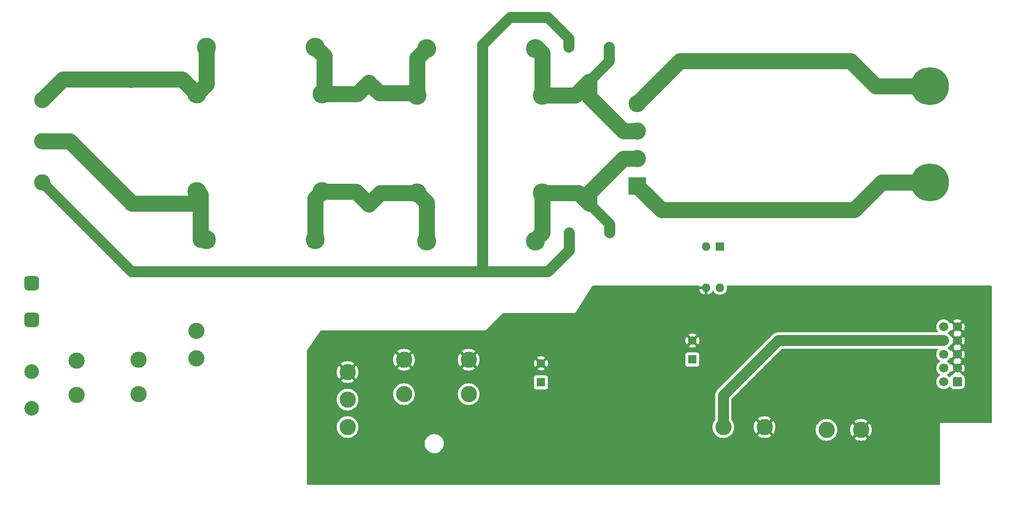
<source format=gbl>
G04 #@! TF.GenerationSoftware,KiCad,Pcbnew,7.0.2*
G04 #@! TF.CreationDate,2023-08-07T12:58:25+02:00*
G04 #@! TF.ProjectId,Module_3,4d6f6475-6c65-45f3-932e-6b696361645f,rev?*
G04 #@! TF.SameCoordinates,Original*
G04 #@! TF.FileFunction,Copper,L2,Bot*
G04 #@! TF.FilePolarity,Positive*
%FSLAX46Y46*%
G04 Gerber Fmt 4.6, Leading zero omitted, Abs format (unit mm)*
G04 Created by KiCad (PCBNEW 7.0.2) date 2023-08-07 12:58:25*
%MOMM*%
%LPD*%
G01*
G04 APERTURE LIST*
G04 Aperture macros list*
%AMRoundRect*
0 Rectangle with rounded corners*
0 $1 Rounding radius*
0 $2 $3 $4 $5 $6 $7 $8 $9 X,Y pos of 4 corners*
0 Add a 4 corners polygon primitive as box body*
4,1,4,$2,$3,$4,$5,$6,$7,$8,$9,$2,$3,0*
0 Add four circle primitives for the rounded corners*
1,1,$1+$1,$2,$3*
1,1,$1+$1,$4,$5*
1,1,$1+$1,$6,$7*
1,1,$1+$1,$8,$9*
0 Add four rect primitives between the rounded corners*
20,1,$1+$1,$2,$3,$4,$5,0*
20,1,$1+$1,$4,$5,$6,$7,0*
20,1,$1+$1,$6,$7,$8,$9,0*
20,1,$1+$1,$8,$9,$2,$3,0*%
G04 Aperture macros list end*
G04 #@! TA.AperFunction,ComponentPad*
%ADD10R,1.600000X1.600000*%
G04 #@! TD*
G04 #@! TA.AperFunction,ComponentPad*
%ADD11C,1.600000*%
G04 #@! TD*
G04 #@! TA.AperFunction,ComponentPad*
%ADD12C,2.400000*%
G04 #@! TD*
G04 #@! TA.AperFunction,ComponentPad*
%ADD13C,3.000000*%
G04 #@! TD*
G04 #@! TA.AperFunction,ComponentPad*
%ADD14C,2.000000*%
G04 #@! TD*
G04 #@! TA.AperFunction,ComponentPad*
%ADD15O,1.600000X1.600000*%
G04 #@! TD*
G04 #@! TA.AperFunction,ComponentPad*
%ADD16RoundRect,0.675000X-0.675000X0.675000X-0.675000X-0.675000X0.675000X-0.675000X0.675000X0.675000X0*%
G04 #@! TD*
G04 #@! TA.AperFunction,ComponentPad*
%ADD17C,2.700000*%
G04 #@! TD*
G04 #@! TA.AperFunction,ComponentPad*
%ADD18C,7.000000*%
G04 #@! TD*
G04 #@! TA.AperFunction,ComponentPad*
%ADD19C,3.500000*%
G04 #@! TD*
G04 #@! TA.AperFunction,ComponentPad*
%ADD20RoundRect,0.250000X0.600000X0.600000X-0.600000X0.600000X-0.600000X-0.600000X0.600000X-0.600000X0*%
G04 #@! TD*
G04 #@! TA.AperFunction,ComponentPad*
%ADD21C,1.700000*%
G04 #@! TD*
G04 #@! TA.AperFunction,ComponentPad*
%ADD22R,3.200000X3.200000*%
G04 #@! TD*
G04 #@! TA.AperFunction,ComponentPad*
%ADD23C,3.200000*%
G04 #@! TD*
G04 #@! TA.AperFunction,ViaPad*
%ADD24C,1.200000*%
G04 #@! TD*
G04 #@! TA.AperFunction,Conductor*
%ADD25C,3.000000*%
G04 #@! TD*
G04 #@! TA.AperFunction,Conductor*
%ADD26C,2.000000*%
G04 #@! TD*
G04 APERTURE END LIST*
D10*
X150495000Y-116938000D03*
D11*
X150495000Y-113438000D03*
D12*
X74930000Y-83868000D03*
X74930000Y-61368000D03*
D13*
X203200000Y-125730000D03*
D14*
X155635000Y-55018000D03*
X163135000Y-55018000D03*
D10*
X183520000Y-91858000D03*
D15*
X180980000Y-91858000D03*
X180980000Y-99478000D03*
X183520000Y-99478000D03*
D13*
X209550000Y-125730000D03*
D12*
X200660000Y-57558000D03*
X200660000Y-85058000D03*
D16*
X56515000Y-98650000D03*
X56515000Y-105410000D03*
D17*
X56515000Y-115000000D03*
X56515000Y-121760000D03*
D18*
X222250000Y-80010000D03*
X222250000Y-62230000D03*
D13*
X58420000Y-64770000D03*
X58420000Y-72390000D03*
X58420000Y-80010000D03*
D19*
X129413000Y-90832000D03*
X127635000Y-81942000D03*
X127635000Y-63908000D03*
X129413000Y-55272000D03*
X150749000Y-63908000D03*
X149479000Y-55272000D03*
X149479000Y-90832000D03*
X150749000Y-81942000D03*
D12*
X118745000Y-84048000D03*
X118745000Y-61548000D03*
D14*
X163195000Y-89308000D03*
X155695000Y-89308000D03*
D10*
X178435000Y-112720000D03*
D11*
X178435000Y-109220000D03*
D13*
X64770000Y-112903000D03*
X76200000Y-112776000D03*
X86868000Y-107442000D03*
X64770000Y-119253000D03*
X76200000Y-119126000D03*
X86868000Y-112522000D03*
X114808000Y-115062000D03*
X125222000Y-112776000D03*
X137160000Y-112776000D03*
X114808000Y-125222000D03*
X125222000Y-119126000D03*
X137160000Y-119126000D03*
X114808000Y-120142000D03*
D19*
X88773000Y-90578000D03*
X86995000Y-81688000D03*
X86995000Y-63654000D03*
X88773000Y-55018000D03*
X110109000Y-63654000D03*
X108839000Y-55018000D03*
X108839000Y-90578000D03*
X110109000Y-81688000D03*
D12*
X159385000Y-83868000D03*
X159385000Y-61368000D03*
D13*
X184150000Y-125222000D03*
X191770000Y-125222000D03*
D20*
X227330000Y-116840000D03*
D21*
X224790000Y-116840000D03*
X227330000Y-114300000D03*
X224790000Y-114300000D03*
X227330000Y-111760000D03*
X224790000Y-111760000D03*
X227330000Y-109220000D03*
X224790000Y-109220000D03*
X227330000Y-106680000D03*
X224790000Y-106680000D03*
D22*
X168275000Y-80645000D03*
D23*
X168275000Y-75565000D03*
X168275000Y-70485000D03*
X168275000Y-65405000D03*
D24*
X119380000Y-132080000D03*
X231140000Y-104140000D03*
X231140000Y-121920000D03*
X213360000Y-104140000D03*
X220980000Y-104140000D03*
X175260000Y-104140000D03*
X215900000Y-116840000D03*
X215900000Y-127000000D03*
X157480000Y-106680000D03*
X205740000Y-104140000D03*
X153670000Y-120650000D03*
X144780000Y-121920000D03*
X111760000Y-132080000D03*
X134620000Y-132080000D03*
X198120000Y-104140000D03*
X149860000Y-106680000D03*
X190500000Y-104140000D03*
X154940000Y-129540000D03*
X157480000Y-120650000D03*
X127000000Y-132080000D03*
X215900000Y-121920000D03*
X157480000Y-110490000D03*
X142240000Y-124460000D03*
X144780000Y-127000000D03*
X157480000Y-114300000D03*
X147320000Y-129540000D03*
X182880000Y-104140000D03*
D25*
X74930000Y-83820000D02*
X74930000Y-83868000D01*
X58420000Y-72390000D02*
X63500000Y-72390000D01*
X86995000Y-81688000D02*
X87630000Y-82323000D01*
X74930000Y-83868000D02*
X87582000Y-83868000D01*
X63500000Y-72390000D02*
X74930000Y-83820000D01*
X87630000Y-82323000D02*
X87630000Y-90578000D01*
X87582000Y-83868000D02*
X87630000Y-83820000D01*
D26*
X194310000Y-109220000D02*
X224790000Y-109220000D01*
X184150000Y-119380000D02*
X194310000Y-109220000D01*
X184150000Y-125222000D02*
X184150000Y-119380000D01*
D25*
X58420000Y-64770000D02*
X62230000Y-60960000D01*
X84301000Y-60960000D02*
X86995000Y-63654000D01*
X86995000Y-63654000D02*
X88773000Y-61876000D01*
X88773000Y-61876000D02*
X88773000Y-55018000D01*
X62230000Y-60960000D02*
X84301000Y-60960000D01*
D26*
X139700000Y-54610000D02*
X144780000Y-49530000D01*
X58420000Y-80010000D02*
X74930000Y-96520000D01*
X74930000Y-96520000D02*
X139700000Y-96520000D01*
X139700000Y-96520000D02*
X151765000Y-96520000D01*
X155635000Y-53400000D02*
X155635000Y-55018000D01*
X139700000Y-96520000D02*
X139700000Y-54610000D01*
X151765000Y-96520000D02*
X155695000Y-92590000D01*
X144780000Y-49530000D02*
X151765000Y-49530000D01*
X151765000Y-49530000D02*
X155635000Y-53400000D01*
X155695000Y-92590000D02*
X155695000Y-89308000D01*
D25*
X203835000Y-85058000D02*
X208312000Y-85058000D01*
X203803000Y-85090000D02*
X203835000Y-85058000D01*
X213360000Y-80010000D02*
X222250000Y-80010000D01*
X168275000Y-80645000D02*
X172720000Y-85090000D01*
X208312000Y-85058000D02*
X213360000Y-80010000D01*
X172720000Y-85090000D02*
X203803000Y-85090000D01*
X207645000Y-57558000D02*
X212317000Y-62230000D01*
X212317000Y-62230000D02*
X222250000Y-62230000D01*
X168275000Y-65405000D02*
X176122000Y-57558000D01*
X176122000Y-57558000D02*
X207645000Y-57558000D01*
X108839000Y-82958000D02*
X110109000Y-81688000D01*
X120851000Y-81942000D02*
X118745000Y-84048000D01*
X108839000Y-90578000D02*
X108839000Y-82958000D01*
X127635000Y-81942000D02*
X120851000Y-81942000D01*
X129413000Y-90832000D02*
X129413000Y-83720000D01*
X110109000Y-81688000D02*
X116385000Y-81688000D01*
X116385000Y-81688000D02*
X118745000Y-84048000D01*
X129413000Y-83720000D02*
X127635000Y-81942000D01*
X118745000Y-61548000D02*
X118745000Y-61595000D01*
X116639000Y-63654000D02*
X118745000Y-61548000D01*
X127635000Y-57050000D02*
X129413000Y-55272000D01*
X118745000Y-61595000D02*
X120650000Y-63500000D01*
X127635000Y-63908000D02*
X127635000Y-57050000D01*
X110109000Y-63654000D02*
X116639000Y-63654000D01*
X110490000Y-63273000D02*
X110109000Y-63654000D01*
X108839000Y-55018000D02*
X110490000Y-56669000D01*
X127227000Y-63500000D02*
X127635000Y-63908000D01*
X110490000Y-56669000D02*
X110490000Y-63273000D01*
X120650000Y-63500000D02*
X127227000Y-63500000D01*
X150749000Y-81942000D02*
X157459000Y-81942000D01*
D26*
X163195000Y-89308000D02*
X163195000Y-87678000D01*
D25*
X150749000Y-89281000D02*
X150749000Y-81942000D01*
X165735000Y-75565000D02*
X168275000Y-75565000D01*
X149479000Y-90551000D02*
X150749000Y-89281000D01*
X159385000Y-83868000D02*
X159385000Y-81915000D01*
X149479000Y-90832000D02*
X149479000Y-90551000D01*
D26*
X163195000Y-87678000D02*
X159385000Y-83868000D01*
D25*
X159385000Y-81915000D02*
X165735000Y-75565000D01*
X157459000Y-81942000D02*
X159385000Y-83868000D01*
X150749000Y-56134000D02*
X150749000Y-63908000D01*
X159385000Y-61368000D02*
X159385000Y-64135000D01*
X165735000Y-70485000D02*
X168275000Y-70485000D01*
X159385000Y-64135000D02*
X165735000Y-70485000D01*
D26*
X163135000Y-55018000D02*
X163135000Y-57618000D01*
D25*
X149479000Y-55272000D02*
X149887000Y-55272000D01*
X156845000Y-63908000D02*
X159385000Y-61368000D01*
X150749000Y-63908000D02*
X156845000Y-63908000D01*
D26*
X163135000Y-57618000D02*
X159385000Y-61368000D01*
D25*
X149887000Y-55272000D02*
X150749000Y-56134000D01*
G04 #@! TA.AperFunction,Conductor*
G36*
X226870507Y-114509844D02*
G01*
X226948239Y-114630798D01*
X227056900Y-114724952D01*
X227187685Y-114784680D01*
X227197466Y-114786086D01*
X226564208Y-115419342D01*
X226553788Y-115471193D01*
X226505172Y-115521376D01*
X226483032Y-115531206D01*
X226410664Y-115555186D01*
X226261342Y-115647288D01*
X226137288Y-115771342D01*
X226045185Y-115920666D01*
X226042460Y-115928892D01*
X226002686Y-115986336D01*
X225938170Y-116013157D01*
X225869394Y-116000841D01*
X225838347Y-115974088D01*
X225836166Y-115976270D01*
X225661401Y-115801505D01*
X225661400Y-115801504D01*
X225475839Y-115671573D01*
X225432216Y-115616998D01*
X225425022Y-115547500D01*
X225456545Y-115485145D01*
X225475837Y-115468428D01*
X225661401Y-115338495D01*
X225828495Y-115171401D01*
X225958732Y-114985403D01*
X226013307Y-114941780D01*
X226082805Y-114934586D01*
X226145160Y-114966109D01*
X226161880Y-114985405D01*
X226215073Y-115061373D01*
X226846922Y-114429523D01*
X226870507Y-114509844D01*
G37*
G04 #@! TD.AperFunction*
G04 #@! TA.AperFunction,Conductor*
G36*
X226870507Y-111969844D02*
G01*
X226948239Y-112090798D01*
X227056900Y-112184952D01*
X227187685Y-112244680D01*
X227197466Y-112246086D01*
X226568625Y-112874925D01*
X226645031Y-112928425D01*
X226688655Y-112983002D01*
X226695848Y-113052501D01*
X226664326Y-113114855D01*
X226645029Y-113131576D01*
X226568625Y-113185072D01*
X226568625Y-113185073D01*
X227197465Y-113813913D01*
X227187685Y-113815320D01*
X227056900Y-113875048D01*
X226948239Y-113969202D01*
X226870507Y-114090156D01*
X226846923Y-114170474D01*
X226215073Y-113538626D01*
X226161881Y-113614594D01*
X226107304Y-113658219D01*
X226037806Y-113665413D01*
X225975451Y-113633891D01*
X225958730Y-113614595D01*
X225828495Y-113428599D01*
X225661401Y-113261505D01*
X225475839Y-113131573D01*
X225432215Y-113076997D01*
X225425023Y-113007498D01*
X225456545Y-112945144D01*
X225475831Y-112928432D01*
X225661401Y-112798495D01*
X225828495Y-112631401D01*
X225958732Y-112445403D01*
X226013307Y-112401780D01*
X226082805Y-112394586D01*
X226145160Y-112426109D01*
X226161880Y-112445405D01*
X226215073Y-112521373D01*
X226846923Y-111889523D01*
X226870507Y-111969844D01*
G37*
G04 #@! TD.AperFunction*
G04 #@! TA.AperFunction,Conductor*
G36*
X226870507Y-109429844D02*
G01*
X226948239Y-109550798D01*
X227056900Y-109644952D01*
X227187685Y-109704680D01*
X227197466Y-109706086D01*
X226568625Y-110334925D01*
X226645031Y-110388425D01*
X226688655Y-110443002D01*
X226695848Y-110512501D01*
X226664326Y-110574855D01*
X226645029Y-110591576D01*
X226568625Y-110645072D01*
X227197466Y-111273913D01*
X227187685Y-111275320D01*
X227056900Y-111335048D01*
X226948239Y-111429202D01*
X226870507Y-111550156D01*
X226846923Y-111630474D01*
X226215073Y-110998626D01*
X226161881Y-111074594D01*
X226107304Y-111118219D01*
X226037806Y-111125413D01*
X225975451Y-111093891D01*
X225958730Y-111074595D01*
X225828495Y-110888599D01*
X225661401Y-110721505D01*
X225659966Y-110720500D01*
X225605814Y-110682582D01*
X225562189Y-110628005D01*
X225554997Y-110558507D01*
X225586519Y-110496152D01*
X225609111Y-110477204D01*
X225714785Y-110408164D01*
X225897738Y-110239744D01*
X226050474Y-110043509D01*
X226051267Y-110042042D01*
X226052881Y-110040415D01*
X226056785Y-110035401D01*
X226057390Y-110035872D01*
X226100483Y-109992451D01*
X226168699Y-109977340D01*
X226171130Y-109977529D01*
X226215073Y-109981373D01*
X226846923Y-109349523D01*
X226870507Y-109429844D01*
G37*
G04 #@! TD.AperFunction*
G04 #@! TA.AperFunction,Conductor*
G36*
X226870507Y-106889844D02*
G01*
X226948239Y-107010798D01*
X227056900Y-107104952D01*
X227187685Y-107164680D01*
X227197466Y-107166086D01*
X226568625Y-107794925D01*
X226645031Y-107848425D01*
X226688655Y-107903002D01*
X226695848Y-107972501D01*
X226664326Y-108034855D01*
X226645029Y-108051576D01*
X226568625Y-108105072D01*
X226568625Y-108105073D01*
X227197465Y-108733913D01*
X227187685Y-108735320D01*
X227056900Y-108795048D01*
X226948239Y-108889202D01*
X226870507Y-109010156D01*
X226846923Y-109090474D01*
X226215072Y-108458625D01*
X226171130Y-108462470D01*
X226102630Y-108448703D01*
X226056961Y-108404461D01*
X226056785Y-108404599D01*
X226055808Y-108403344D01*
X226052447Y-108400088D01*
X226051268Y-108397959D01*
X226050474Y-108396491D01*
X225897738Y-108200256D01*
X225714785Y-108031836D01*
X225609116Y-107962799D01*
X225563760Y-107909653D01*
X225554336Y-107840422D01*
X225583838Y-107777086D01*
X225605811Y-107757419D01*
X225661401Y-107718495D01*
X225828495Y-107551401D01*
X225958732Y-107365403D01*
X226013307Y-107321780D01*
X226082805Y-107314586D01*
X226145160Y-107346109D01*
X226161880Y-107365405D01*
X226215073Y-107441373D01*
X226846923Y-106809523D01*
X226870507Y-106889844D01*
G37*
G04 #@! TD.AperFunction*
G04 #@! TA.AperFunction,Conductor*
G36*
X179651582Y-99079685D02*
G01*
X179697337Y-99132489D01*
X179707281Y-99201647D01*
X179704318Y-99216093D01*
X179701127Y-99227999D01*
X179701128Y-99228000D01*
X180664314Y-99228000D01*
X180652359Y-99239955D01*
X180594835Y-99352852D01*
X180575014Y-99478000D01*
X180594835Y-99603148D01*
X180652359Y-99716045D01*
X180664314Y-99728000D01*
X179701128Y-99728000D01*
X179753733Y-99924326D01*
X179849865Y-100130480D01*
X179980341Y-100316819D01*
X180141180Y-100477658D01*
X180327519Y-100608134D01*
X180533673Y-100704266D01*
X180729999Y-100756871D01*
X180730000Y-100756871D01*
X180730000Y-99793686D01*
X180741955Y-99805641D01*
X180854852Y-99863165D01*
X180948519Y-99878000D01*
X181011481Y-99878000D01*
X181105148Y-99863165D01*
X181218045Y-99805641D01*
X181230000Y-99793686D01*
X181230000Y-100756871D01*
X181426326Y-100704266D01*
X181632480Y-100608134D01*
X181818819Y-100477658D01*
X181979658Y-100316819D01*
X182110135Y-100130479D01*
X182137342Y-100072135D01*
X182183514Y-100019695D01*
X182250707Y-100000543D01*
X182317589Y-100020758D01*
X182362106Y-100072133D01*
X182389433Y-100130736D01*
X182519953Y-100317140D01*
X182680859Y-100478046D01*
X182867264Y-100608567D01*
X182867265Y-100608567D01*
X182867266Y-100608568D01*
X183073504Y-100704739D01*
X183293308Y-100763635D01*
X183520000Y-100783468D01*
X183746692Y-100763635D01*
X183966496Y-100704739D01*
X184172734Y-100608568D01*
X184359139Y-100478047D01*
X184520047Y-100317139D01*
X184650568Y-100130734D01*
X184746739Y-99924496D01*
X184805635Y-99704692D01*
X184825468Y-99478000D01*
X184805635Y-99251308D01*
X184799390Y-99228000D01*
X184796200Y-99216093D01*
X184797863Y-99146243D01*
X184837026Y-99088381D01*
X184901255Y-99060877D01*
X184915975Y-99060000D01*
X233556000Y-99060000D01*
X233623039Y-99079685D01*
X233668794Y-99132489D01*
X233680000Y-99184000D01*
X233680000Y-124336000D01*
X233660315Y-124403039D01*
X233607511Y-124448794D01*
X233556000Y-124460000D01*
X224155000Y-124460000D01*
X224155000Y-135766000D01*
X224135315Y-135833039D01*
X224082511Y-135878794D01*
X224031000Y-135890000D01*
X107439000Y-135890000D01*
X107371961Y-135870315D01*
X107326206Y-135817511D01*
X107315000Y-135766000D01*
X107315000Y-128401182D01*
X129059500Y-128401182D01*
X129098604Y-128660615D01*
X129175937Y-128911323D01*
X129289772Y-129147704D01*
X129425766Y-129347170D01*
X129437571Y-129364485D01*
X129616015Y-129556801D01*
X129616019Y-129556805D01*
X129821143Y-129720386D01*
X130048357Y-129851568D01*
X130292584Y-129947420D01*
X130548370Y-130005802D01*
X130744506Y-130020500D01*
X130746823Y-130020500D01*
X130873177Y-130020500D01*
X130875494Y-130020500D01*
X131071630Y-130005802D01*
X131327416Y-129947420D01*
X131571643Y-129851568D01*
X131798857Y-129720386D01*
X132003981Y-129556805D01*
X132143035Y-129406940D01*
X132182428Y-129364485D01*
X132182429Y-129364482D01*
X132182433Y-129364479D01*
X132330228Y-129147704D01*
X132444063Y-128911323D01*
X132521396Y-128660615D01*
X132560500Y-128401182D01*
X132560500Y-128138818D01*
X132521396Y-127879385D01*
X132444063Y-127628677D01*
X132330228Y-127392296D01*
X132182433Y-127175521D01*
X132182432Y-127175520D01*
X132182428Y-127175514D01*
X132003984Y-126983198D01*
X132003983Y-126983197D01*
X132003981Y-126983195D01*
X131798857Y-126819614D01*
X131798856Y-126819613D01*
X131571641Y-126688431D01*
X131327418Y-126592580D01*
X131071627Y-126534197D01*
X130877808Y-126519673D01*
X130877797Y-126519672D01*
X130875494Y-126519500D01*
X130744506Y-126519500D01*
X130742203Y-126519672D01*
X130742191Y-126519673D01*
X130548372Y-126534197D01*
X130292581Y-126592580D01*
X130048358Y-126688431D01*
X129821143Y-126819613D01*
X129616015Y-126983198D01*
X129437571Y-127175514D01*
X129402053Y-127227610D01*
X129289772Y-127392296D01*
X129175937Y-127628677D01*
X129098604Y-127879385D01*
X129059500Y-128138818D01*
X129059500Y-128401182D01*
X107315000Y-128401182D01*
X107315000Y-125222000D01*
X112802389Y-125222000D01*
X112822804Y-125507429D01*
X112883629Y-125787041D01*
X112883631Y-125787046D01*
X112968813Y-126015428D01*
X112983634Y-126055163D01*
X113120772Y-126306313D01*
X113160530Y-126359423D01*
X113292261Y-126535395D01*
X113494605Y-126737739D01*
X113666415Y-126866354D01*
X113723686Y-126909227D01*
X113810374Y-126956562D01*
X113974839Y-127046367D01*
X114242954Y-127146369D01*
X114242957Y-127146369D01*
X114242958Y-127146370D01*
X114295217Y-127157738D01*
X114522572Y-127207196D01*
X114808000Y-127227610D01*
X115093428Y-127207196D01*
X115373046Y-127146369D01*
X115641161Y-127046367D01*
X115892315Y-126909226D01*
X116121395Y-126737739D01*
X116323739Y-126535395D01*
X116495226Y-126306315D01*
X116632367Y-126055161D01*
X116732369Y-125787046D01*
X116793196Y-125507428D01*
X116813610Y-125222000D01*
X182144389Y-125222000D01*
X182164804Y-125507429D01*
X182225629Y-125787041D01*
X182225631Y-125787046D01*
X182310813Y-126015428D01*
X182325634Y-126055163D01*
X182462772Y-126306313D01*
X182502530Y-126359423D01*
X182634261Y-126535395D01*
X182836605Y-126737739D01*
X183008414Y-126866354D01*
X183065686Y-126909227D01*
X183152374Y-126956562D01*
X183316839Y-127046367D01*
X183584954Y-127146369D01*
X183584957Y-127146369D01*
X183584958Y-127146370D01*
X183637217Y-127157738D01*
X183864572Y-127207196D01*
X184150000Y-127227610D01*
X184435428Y-127207196D01*
X184715046Y-127146369D01*
X184983161Y-127046367D01*
X185234315Y-126909226D01*
X185463395Y-126737739D01*
X185665739Y-126535395D01*
X185837226Y-126306315D01*
X185974367Y-126055161D01*
X186074369Y-125787046D01*
X186135196Y-125507428D01*
X186155610Y-125222000D01*
X186155610Y-125221999D01*
X189764890Y-125221999D01*
X189785300Y-125507357D01*
X189846111Y-125786902D01*
X189946088Y-126054952D01*
X190083193Y-126306042D01*
X190189883Y-126448562D01*
X190979409Y-125659036D01*
X190986284Y-125674478D01*
X191097486Y-125827534D01*
X191238080Y-125954126D01*
X191335297Y-126010254D01*
X190543436Y-126802115D01*
X190685958Y-126908806D01*
X190937047Y-127045911D01*
X191205097Y-127145888D01*
X191484642Y-127206699D01*
X191770000Y-127227109D01*
X192055357Y-127206699D01*
X192334902Y-127145888D01*
X192602952Y-127045911D01*
X192854041Y-126908806D01*
X192996562Y-126802115D01*
X192204702Y-126010254D01*
X192301920Y-125954126D01*
X192442514Y-125827534D01*
X192553716Y-125674479D01*
X192560590Y-125659037D01*
X193350115Y-126448562D01*
X193456806Y-126306041D01*
X193593911Y-126054952D01*
X193693888Y-125786902D01*
X193706266Y-125729999D01*
X201194389Y-125729999D01*
X201214804Y-126015429D01*
X201275629Y-126295041D01*
X201275631Y-126295046D01*
X201364830Y-126534198D01*
X201375634Y-126563163D01*
X201512772Y-126814313D01*
X201583509Y-126908806D01*
X201684261Y-127043395D01*
X201886605Y-127245739D01*
X202058415Y-127374354D01*
X202115686Y-127417227D01*
X202255435Y-127493535D01*
X202366839Y-127554367D01*
X202634954Y-127654369D01*
X202634957Y-127654369D01*
X202634958Y-127654370D01*
X202687217Y-127665738D01*
X202914572Y-127715196D01*
X203200000Y-127735610D01*
X203485428Y-127715196D01*
X203765046Y-127654369D01*
X204033161Y-127554367D01*
X204284315Y-127417226D01*
X204513395Y-127245739D01*
X204715739Y-127043395D01*
X204887226Y-126814315D01*
X205024367Y-126563161D01*
X205124369Y-126295046D01*
X205185196Y-126015428D01*
X205205610Y-125730000D01*
X207544890Y-125730000D01*
X207565300Y-126015357D01*
X207626111Y-126294902D01*
X207726088Y-126562952D01*
X207863193Y-126814042D01*
X207969883Y-126956562D01*
X208833338Y-126093107D01*
X208920577Y-126231948D01*
X209048052Y-126359423D01*
X209186891Y-126446661D01*
X208323436Y-127310115D01*
X208465958Y-127416806D01*
X208717047Y-127553911D01*
X208985097Y-127653888D01*
X209264642Y-127714699D01*
X209550000Y-127735109D01*
X209835357Y-127714699D01*
X210114902Y-127653888D01*
X210382952Y-127553911D01*
X210634041Y-127416806D01*
X210776562Y-127310115D01*
X209913108Y-126446661D01*
X210051948Y-126359423D01*
X210179423Y-126231948D01*
X210266661Y-126093108D01*
X211130115Y-126956562D01*
X211236806Y-126814041D01*
X211373911Y-126562952D01*
X211473888Y-126294902D01*
X211534699Y-126015357D01*
X211555109Y-125729999D01*
X211534699Y-125444642D01*
X211473888Y-125165097D01*
X211373911Y-124897047D01*
X211236806Y-124645958D01*
X211130115Y-124503436D01*
X210266660Y-125366890D01*
X210179423Y-125228052D01*
X210051948Y-125100577D01*
X209913108Y-125013338D01*
X210776562Y-124149883D01*
X210634042Y-124043193D01*
X210382952Y-123906088D01*
X210114902Y-123806111D01*
X209835357Y-123745300D01*
X209550000Y-123724890D01*
X209264642Y-123745300D01*
X208985097Y-123806111D01*
X208717047Y-123906088D01*
X208465954Y-124043195D01*
X208323437Y-124149882D01*
X208323436Y-124149883D01*
X209186891Y-125013338D01*
X209048052Y-125100577D01*
X208920577Y-125228052D01*
X208833338Y-125366891D01*
X207969883Y-124503436D01*
X207969882Y-124503437D01*
X207863195Y-124645954D01*
X207726088Y-124897047D01*
X207626111Y-125165097D01*
X207565300Y-125444642D01*
X207544890Y-125730000D01*
X205205610Y-125730000D01*
X205185196Y-125444572D01*
X205124369Y-125164954D01*
X205024367Y-124896839D01*
X204954846Y-124769521D01*
X204887227Y-124645686D01*
X204844354Y-124588415D01*
X204715739Y-124416605D01*
X204513395Y-124214261D01*
X204398854Y-124128517D01*
X204284313Y-124042772D01*
X204033163Y-123905634D01*
X204033162Y-123905633D01*
X204033161Y-123905633D01*
X203765046Y-123805631D01*
X203765041Y-123805629D01*
X203485429Y-123744804D01*
X203200000Y-123724389D01*
X202914570Y-123744804D01*
X202634958Y-123805629D01*
X202366836Y-123905634D01*
X202115686Y-124042772D01*
X201886602Y-124214263D01*
X201684263Y-124416602D01*
X201512772Y-124645686D01*
X201375634Y-124896836D01*
X201275629Y-125164958D01*
X201214804Y-125444570D01*
X201194389Y-125729999D01*
X193706266Y-125729999D01*
X193754699Y-125507357D01*
X193775109Y-125222000D01*
X193754699Y-124936642D01*
X193693888Y-124657097D01*
X193593911Y-124389047D01*
X193456806Y-124137958D01*
X193350115Y-123995436D01*
X192560590Y-124784961D01*
X192553716Y-124769522D01*
X192442514Y-124616466D01*
X192301920Y-124489874D01*
X192204701Y-124433745D01*
X192996562Y-123641883D01*
X192854042Y-123535193D01*
X192602952Y-123398088D01*
X192334902Y-123298111D01*
X192055357Y-123237300D01*
X191769999Y-123216890D01*
X191484642Y-123237300D01*
X191205097Y-123298111D01*
X190937047Y-123398088D01*
X190685954Y-123535195D01*
X190543437Y-123641882D01*
X190543436Y-123641883D01*
X191335298Y-124433745D01*
X191238080Y-124489874D01*
X191097486Y-124616466D01*
X190986284Y-124769521D01*
X190979409Y-124784962D01*
X190189883Y-123995436D01*
X190189882Y-123995437D01*
X190083195Y-124137954D01*
X189946088Y-124389047D01*
X189846111Y-124657097D01*
X189785300Y-124936642D01*
X189764890Y-125221999D01*
X186155610Y-125221999D01*
X186135196Y-124936572D01*
X186074369Y-124656954D01*
X185974367Y-124388839D01*
X185843887Y-124149883D01*
X185837225Y-124137682D01*
X185675233Y-123921285D01*
X185650816Y-123855821D01*
X185650500Y-123846975D01*
X185650500Y-120052889D01*
X185670185Y-119985850D01*
X185686814Y-119965213D01*
X194895208Y-110756819D01*
X194956532Y-110723334D01*
X194982890Y-110720500D01*
X223631008Y-110720500D01*
X223698047Y-110740185D01*
X223743802Y-110792989D01*
X223753746Y-110862147D01*
X223732583Y-110915623D01*
X223615965Y-111082170D01*
X223516097Y-111296336D01*
X223454936Y-111524592D01*
X223434340Y-111760000D01*
X223454936Y-111995407D01*
X223480496Y-112090798D01*
X223516097Y-112223663D01*
X223615965Y-112437830D01*
X223751505Y-112631401D01*
X223918599Y-112798495D01*
X224104160Y-112928426D01*
X224147783Y-112983002D01*
X224154976Y-113052501D01*
X224123454Y-113114855D01*
X224104159Y-113131575D01*
X223918595Y-113261508D01*
X223751505Y-113428598D01*
X223615965Y-113622170D01*
X223516097Y-113836336D01*
X223454936Y-114064592D01*
X223434340Y-114300000D01*
X223454936Y-114535407D01*
X223472220Y-114599911D01*
X223516097Y-114763663D01*
X223615965Y-114977830D01*
X223751505Y-115171401D01*
X223918599Y-115338495D01*
X224104160Y-115468426D01*
X224147783Y-115523002D01*
X224154976Y-115592501D01*
X224123454Y-115654855D01*
X224104158Y-115671575D01*
X223961677Y-115771342D01*
X223918595Y-115801508D01*
X223751505Y-115968598D01*
X223615965Y-116162170D01*
X223516097Y-116376336D01*
X223454936Y-116604592D01*
X223434340Y-116839999D01*
X223454936Y-117075407D01*
X223488757Y-117201629D01*
X223516097Y-117303663D01*
X223615965Y-117517830D01*
X223751505Y-117711401D01*
X223918599Y-117878495D01*
X224112170Y-118014035D01*
X224326337Y-118113903D01*
X224554592Y-118175062D01*
X224554592Y-118175063D01*
X224789999Y-118195659D01*
X224789999Y-118195658D01*
X224790000Y-118195659D01*
X225025408Y-118175063D01*
X225253663Y-118113903D01*
X225467830Y-118014035D01*
X225661401Y-117878495D01*
X225828495Y-117711401D01*
X225828495Y-117711400D01*
X225836166Y-117703730D01*
X225838879Y-117706443D01*
X225877747Y-117675370D01*
X225947245Y-117668171D01*
X226009602Y-117699688D01*
X226042459Y-117751107D01*
X226045186Y-117759334D01*
X226078042Y-117812602D01*
X226137288Y-117908657D01*
X226261342Y-118032711D01*
X226275893Y-118041686D01*
X226410666Y-118124814D01*
X226522016Y-118161712D01*
X226577202Y-118179999D01*
X226676858Y-118190180D01*
X226676859Y-118190180D01*
X226679991Y-118190500D01*
X227980008Y-118190499D01*
X228082797Y-118179999D01*
X228249334Y-118124814D01*
X228398656Y-118032712D01*
X228522712Y-117908656D01*
X228614814Y-117759334D01*
X228669999Y-117592797D01*
X228680500Y-117490009D01*
X228680499Y-116189992D01*
X228669999Y-116087203D01*
X228614814Y-115920666D01*
X228522712Y-115771344D01*
X228522711Y-115771342D01*
X228398657Y-115647288D01*
X228249334Y-115555186D01*
X228176967Y-115531206D01*
X228119522Y-115491433D01*
X228092699Y-115426917D01*
X228092585Y-115416137D01*
X227462533Y-114786086D01*
X227472315Y-114784680D01*
X227603100Y-114724952D01*
X227711761Y-114630798D01*
X227789493Y-114509844D01*
X227813076Y-114429524D01*
X228444925Y-115061373D01*
X228503600Y-114977576D01*
X228603430Y-114763492D01*
X228664569Y-114535318D01*
X228685157Y-114299999D01*
X228664569Y-114064681D01*
X228603430Y-113836507D01*
X228503599Y-113622421D01*
X228444926Y-113538626D01*
X228444925Y-113538625D01*
X227813076Y-114170475D01*
X227789493Y-114090156D01*
X227711761Y-113969202D01*
X227603100Y-113875048D01*
X227472315Y-113815320D01*
X227462532Y-113813913D01*
X228091373Y-113185073D01*
X228091373Y-113185072D01*
X228014969Y-113131574D01*
X227971344Y-113076997D01*
X227964150Y-113007499D01*
X227995673Y-112945144D01*
X228014969Y-112928424D01*
X228091373Y-112874925D01*
X227462533Y-112246086D01*
X227472315Y-112244680D01*
X227603100Y-112184952D01*
X227711761Y-112090798D01*
X227789493Y-111969844D01*
X227813076Y-111889524D01*
X228444925Y-112521373D01*
X228503600Y-112437576D01*
X228603430Y-112223492D01*
X228664569Y-111995318D01*
X228685157Y-111760000D01*
X228664569Y-111524681D01*
X228603430Y-111296507D01*
X228503599Y-111082421D01*
X228444926Y-110998626D01*
X228444925Y-110998625D01*
X227813076Y-111630475D01*
X227789493Y-111550156D01*
X227711761Y-111429202D01*
X227603100Y-111335048D01*
X227472315Y-111275320D01*
X227462531Y-111273913D01*
X228091373Y-110645073D01*
X228091373Y-110645072D01*
X228014969Y-110591574D01*
X227971344Y-110536997D01*
X227964150Y-110467499D01*
X227995673Y-110405144D01*
X228014969Y-110388424D01*
X228091373Y-110334925D01*
X227462533Y-109706086D01*
X227472315Y-109704680D01*
X227603100Y-109644952D01*
X227711761Y-109550798D01*
X227789493Y-109429844D01*
X227813076Y-109349524D01*
X228444925Y-109981373D01*
X228503600Y-109897576D01*
X228603430Y-109683492D01*
X228664569Y-109455318D01*
X228685157Y-109220000D01*
X228664569Y-108984681D01*
X228603430Y-108756507D01*
X228503599Y-108542421D01*
X228444926Y-108458626D01*
X228444925Y-108458625D01*
X227813076Y-109090475D01*
X227789493Y-109010156D01*
X227711761Y-108889202D01*
X227603100Y-108795048D01*
X227472315Y-108735320D01*
X227462532Y-108733913D01*
X228091373Y-108105073D01*
X228091373Y-108105072D01*
X228014969Y-108051574D01*
X227971344Y-107996997D01*
X227964150Y-107927499D01*
X227995673Y-107865144D01*
X228014969Y-107848424D01*
X228091373Y-107794925D01*
X227462533Y-107166086D01*
X227472315Y-107164680D01*
X227603100Y-107104952D01*
X227711761Y-107010798D01*
X227789493Y-106889844D01*
X227813076Y-106809524D01*
X228444925Y-107441373D01*
X228503600Y-107357576D01*
X228603430Y-107143492D01*
X228664569Y-106915318D01*
X228685157Y-106680000D01*
X228664569Y-106444681D01*
X228603430Y-106216507D01*
X228503599Y-106002421D01*
X228444926Y-105918626D01*
X228444925Y-105918625D01*
X227813076Y-106550475D01*
X227789493Y-106470156D01*
X227711761Y-106349202D01*
X227603100Y-106255048D01*
X227472315Y-106195320D01*
X227462533Y-106193913D01*
X228091373Y-105565073D01*
X228091373Y-105565072D01*
X228007580Y-105506400D01*
X227793492Y-105406569D01*
X227565318Y-105345430D01*
X227330000Y-105324842D01*
X227094681Y-105345430D01*
X226866507Y-105406569D01*
X226652422Y-105506399D01*
X226568625Y-105565072D01*
X227197466Y-106193913D01*
X227187685Y-106195320D01*
X227056900Y-106255048D01*
X226948239Y-106349202D01*
X226870507Y-106470156D01*
X226846923Y-106550475D01*
X226215073Y-105918626D01*
X226161881Y-105994594D01*
X226107304Y-106038219D01*
X226037806Y-106045413D01*
X225975451Y-106013891D01*
X225958730Y-105994595D01*
X225828495Y-105808599D01*
X225661401Y-105641505D01*
X225467830Y-105505965D01*
X225253663Y-105406097D01*
X225192502Y-105389709D01*
X225025407Y-105344936D01*
X224789999Y-105324340D01*
X224554592Y-105344936D01*
X224326336Y-105406097D01*
X224112170Y-105505965D01*
X223918598Y-105641505D01*
X223751505Y-105808598D01*
X223615965Y-106002170D01*
X223516097Y-106216336D01*
X223454936Y-106444592D01*
X223434340Y-106679999D01*
X223454936Y-106915407D01*
X223480496Y-107010798D01*
X223516097Y-107143663D01*
X223615965Y-107357830D01*
X223732584Y-107524379D01*
X223754910Y-107590582D01*
X223737900Y-107658350D01*
X223686952Y-107706163D01*
X223631008Y-107719500D01*
X194410865Y-107719500D01*
X194395527Y-107718548D01*
X194372219Y-107715642D01*
X194285160Y-107719243D01*
X194281526Y-107719394D01*
X194276404Y-107719500D01*
X194247933Y-107719500D01*
X194245406Y-107719709D01*
X194245390Y-107719710D01*
X194219551Y-107721851D01*
X194214440Y-107722168D01*
X194123763Y-107725918D01*
X194123763Y-107725919D01*
X194100776Y-107730738D01*
X194085579Y-107732952D01*
X194062180Y-107734891D01*
X193974215Y-107757166D01*
X193969225Y-107758320D01*
X193880385Y-107776949D01*
X193858501Y-107785488D01*
X193843874Y-107790174D01*
X193821116Y-107795937D01*
X193738023Y-107832385D01*
X193733291Y-107834346D01*
X193648723Y-107867345D01*
X193628547Y-107879367D01*
X193614895Y-107886394D01*
X193593396Y-107895825D01*
X193517410Y-107945468D01*
X193513065Y-107948180D01*
X193435104Y-107994635D01*
X193417183Y-108009813D01*
X193404868Y-108018995D01*
X193385215Y-108031835D01*
X193318447Y-108093299D01*
X193314613Y-108096685D01*
X193292874Y-108115098D01*
X193291059Y-108116911D01*
X193291061Y-108116911D01*
X193272738Y-108135233D01*
X193269045Y-108138775D01*
X193202262Y-108200254D01*
X193187832Y-108218793D01*
X193177664Y-108230306D01*
X183160306Y-118247664D01*
X183148793Y-118257832D01*
X183130254Y-118272262D01*
X183068775Y-118339045D01*
X183065233Y-118342738D01*
X183045098Y-118362874D01*
X183043437Y-118364834D01*
X183043437Y-118364835D01*
X183026689Y-118384609D01*
X183023299Y-118388447D01*
X182961835Y-118455215D01*
X182948995Y-118474868D01*
X182939813Y-118487183D01*
X182924636Y-118505102D01*
X182878174Y-118583074D01*
X182875462Y-118587417D01*
X182825826Y-118663392D01*
X182816396Y-118684891D01*
X182809368Y-118698545D01*
X182797343Y-118718726D01*
X182764346Y-118803288D01*
X182762386Y-118808020D01*
X182725936Y-118891120D01*
X182720169Y-118913890D01*
X182715484Y-118928515D01*
X182706951Y-118950385D01*
X182688324Y-119039211D01*
X182687170Y-119044200D01*
X182664891Y-119132180D01*
X182662952Y-119155578D01*
X182660738Y-119170777D01*
X182655919Y-119193762D01*
X182652168Y-119284440D01*
X182651851Y-119289551D01*
X182649710Y-119315390D01*
X182649709Y-119315406D01*
X182649500Y-119317933D01*
X182649500Y-119320486D01*
X182649500Y-119346402D01*
X182649394Y-119351527D01*
X182645642Y-119442219D01*
X182648548Y-119465526D01*
X182649500Y-119480864D01*
X182649500Y-123846975D01*
X182629815Y-123914014D01*
X182624767Y-123921285D01*
X182462774Y-124137682D01*
X182325634Y-124388836D01*
X182225629Y-124656958D01*
X182164804Y-124936570D01*
X182144389Y-125222000D01*
X116813610Y-125222000D01*
X116793196Y-124936572D01*
X116732369Y-124656954D01*
X116632367Y-124388839D01*
X116501887Y-124149883D01*
X116495227Y-124137686D01*
X116424490Y-124043193D01*
X116323739Y-123908605D01*
X116121395Y-123706261D01*
X116006854Y-123620517D01*
X115892313Y-123534772D01*
X115641163Y-123397634D01*
X115641162Y-123397633D01*
X115641161Y-123397633D01*
X115373046Y-123297631D01*
X115373041Y-123297629D01*
X115093429Y-123236804D01*
X114808000Y-123216389D01*
X114522570Y-123236804D01*
X114242958Y-123297629D01*
X113974836Y-123397634D01*
X113723686Y-123534772D01*
X113494602Y-123706263D01*
X113292263Y-123908602D01*
X113120772Y-124137686D01*
X112983634Y-124388836D01*
X112883629Y-124656958D01*
X112822804Y-124936570D01*
X112802389Y-125222000D01*
X107315000Y-125222000D01*
X107315000Y-120142000D01*
X112802389Y-120142000D01*
X112822804Y-120427429D01*
X112883629Y-120707041D01*
X112883631Y-120707046D01*
X112974385Y-120950367D01*
X112983634Y-120975163D01*
X113120772Y-121226313D01*
X113206517Y-121340855D01*
X113292261Y-121455395D01*
X113494605Y-121657739D01*
X113666415Y-121786354D01*
X113723686Y-121829227D01*
X113863435Y-121905535D01*
X113974839Y-121966367D01*
X114242954Y-122066369D01*
X114242957Y-122066369D01*
X114242958Y-122066370D01*
X114295217Y-122077738D01*
X114522572Y-122127196D01*
X114808000Y-122147610D01*
X115093428Y-122127196D01*
X115373046Y-122066369D01*
X115641161Y-121966367D01*
X115892315Y-121829226D01*
X116121395Y-121657739D01*
X116323739Y-121455395D01*
X116495226Y-121226315D01*
X116632367Y-120975161D01*
X116732369Y-120707046D01*
X116793196Y-120427428D01*
X116813610Y-120142000D01*
X116793196Y-119856572D01*
X116732369Y-119576954D01*
X116632367Y-119308839D01*
X116556979Y-119170777D01*
X116532529Y-119126000D01*
X123216389Y-119126000D01*
X123236804Y-119411429D01*
X123297629Y-119691041D01*
X123297631Y-119691046D01*
X123359368Y-119856570D01*
X123397634Y-119959163D01*
X123534772Y-120210313D01*
X123620517Y-120324855D01*
X123706261Y-120439395D01*
X123908605Y-120641739D01*
X124080415Y-120770354D01*
X124137686Y-120813227D01*
X124277435Y-120889535D01*
X124388839Y-120950367D01*
X124656954Y-121050369D01*
X124656957Y-121050369D01*
X124656958Y-121050370D01*
X124709217Y-121061738D01*
X124936572Y-121111196D01*
X125222000Y-121131610D01*
X125507428Y-121111196D01*
X125787046Y-121050369D01*
X126055161Y-120950367D01*
X126306315Y-120813226D01*
X126535395Y-120641739D01*
X126737739Y-120439395D01*
X126909226Y-120210315D01*
X127046367Y-119959161D01*
X127146369Y-119691046D01*
X127207196Y-119411428D01*
X127227610Y-119126000D01*
X135154389Y-119126000D01*
X135174804Y-119411429D01*
X135235629Y-119691041D01*
X135235631Y-119691046D01*
X135297368Y-119856570D01*
X135335634Y-119959163D01*
X135472772Y-120210313D01*
X135558517Y-120324855D01*
X135644261Y-120439395D01*
X135846605Y-120641739D01*
X136018415Y-120770354D01*
X136075686Y-120813227D01*
X136215435Y-120889535D01*
X136326839Y-120950367D01*
X136594954Y-121050369D01*
X136594957Y-121050369D01*
X136594958Y-121050370D01*
X136647217Y-121061738D01*
X136874572Y-121111196D01*
X137160000Y-121131610D01*
X137445428Y-121111196D01*
X137725046Y-121050369D01*
X137993161Y-120950367D01*
X138244315Y-120813226D01*
X138473395Y-120641739D01*
X138675739Y-120439395D01*
X138847226Y-120210315D01*
X138984367Y-119959161D01*
X139084369Y-119691046D01*
X139145196Y-119411428D01*
X139165610Y-119126000D01*
X139145196Y-118840572D01*
X139084369Y-118560954D01*
X138984367Y-118292839D01*
X138886660Y-118113902D01*
X138847227Y-118041686D01*
X138801296Y-117980330D01*
X138675739Y-117812605D01*
X138645712Y-117782578D01*
X149194500Y-117782578D01*
X149194501Y-117785872D01*
X149194853Y-117789152D01*
X149194854Y-117789159D01*
X149200909Y-117845484D01*
X149224471Y-117908656D01*
X149251204Y-117980331D01*
X149337454Y-118095546D01*
X149452669Y-118181796D01*
X149587517Y-118232091D01*
X149647127Y-118238500D01*
X151342872Y-118238499D01*
X151402483Y-118232091D01*
X151537331Y-118181796D01*
X151652546Y-118095546D01*
X151738796Y-117980331D01*
X151789091Y-117845483D01*
X151795500Y-117785873D01*
X151795499Y-116090128D01*
X151789091Y-116030517D01*
X151738796Y-115895669D01*
X151652546Y-115780454D01*
X151537331Y-115694204D01*
X151402483Y-115643909D01*
X151342873Y-115637500D01*
X151339550Y-115637500D01*
X149650439Y-115637500D01*
X149650420Y-115637500D01*
X149647128Y-115637501D01*
X149643848Y-115637853D01*
X149643840Y-115637854D01*
X149587515Y-115643909D01*
X149452669Y-115694204D01*
X149337454Y-115780454D01*
X149251204Y-115895668D01*
X149200910Y-116030515D01*
X149200909Y-116030517D01*
X149194500Y-116090127D01*
X149194500Y-116093448D01*
X149194500Y-116093449D01*
X149194500Y-117782560D01*
X149194500Y-117782578D01*
X138645712Y-117782578D01*
X138473395Y-117610261D01*
X138312756Y-117490008D01*
X138244313Y-117438772D01*
X137993163Y-117301634D01*
X137993162Y-117301633D01*
X137993161Y-117301633D01*
X137725046Y-117201631D01*
X137725041Y-117201629D01*
X137445429Y-117140804D01*
X137160000Y-117120389D01*
X136874570Y-117140804D01*
X136594958Y-117201629D01*
X136326836Y-117301634D01*
X136075686Y-117438772D01*
X135846602Y-117610263D01*
X135644263Y-117812602D01*
X135472772Y-118041686D01*
X135335634Y-118292836D01*
X135235629Y-118560958D01*
X135174804Y-118840570D01*
X135154389Y-119126000D01*
X127227610Y-119126000D01*
X127207196Y-118840572D01*
X127146369Y-118560954D01*
X127046367Y-118292839D01*
X126948660Y-118113902D01*
X126909227Y-118041686D01*
X126863296Y-117980330D01*
X126737739Y-117812605D01*
X126535395Y-117610261D01*
X126374756Y-117490008D01*
X126306313Y-117438772D01*
X126055163Y-117301634D01*
X126055162Y-117301633D01*
X126055161Y-117301633D01*
X125787046Y-117201631D01*
X125787041Y-117201629D01*
X125507429Y-117140804D01*
X125222000Y-117120389D01*
X124936570Y-117140804D01*
X124656958Y-117201629D01*
X124388836Y-117301634D01*
X124137686Y-117438772D01*
X123908602Y-117610263D01*
X123706263Y-117812602D01*
X123534772Y-118041686D01*
X123397634Y-118292836D01*
X123297629Y-118560958D01*
X123236804Y-118840570D01*
X123216389Y-119126000D01*
X116532529Y-119126000D01*
X116495227Y-119057686D01*
X116414902Y-118950385D01*
X116323739Y-118828605D01*
X116121395Y-118626261D01*
X115959551Y-118505106D01*
X115892313Y-118454772D01*
X115641163Y-118317634D01*
X115641162Y-118317633D01*
X115641161Y-118317633D01*
X115373046Y-118217631D01*
X115373041Y-118217629D01*
X115093429Y-118156804D01*
X114808000Y-118136389D01*
X114522570Y-118156804D01*
X114242958Y-118217629D01*
X113974836Y-118317634D01*
X113723686Y-118454772D01*
X113494602Y-118626263D01*
X113292263Y-118828602D01*
X113120772Y-119057686D01*
X112983634Y-119308836D01*
X112883629Y-119576958D01*
X112822804Y-119856570D01*
X112802389Y-120142000D01*
X107315000Y-120142000D01*
X107315000Y-115061999D01*
X112802890Y-115061999D01*
X112823300Y-115347357D01*
X112884111Y-115626902D01*
X112984088Y-115894952D01*
X113121193Y-116146042D01*
X113227883Y-116288562D01*
X114091338Y-115425107D01*
X114178577Y-115563948D01*
X114306052Y-115691423D01*
X114444891Y-115778661D01*
X113581436Y-116642115D01*
X113723958Y-116748806D01*
X113975047Y-116885911D01*
X114243097Y-116985888D01*
X114522642Y-117046699D01*
X114808000Y-117067109D01*
X115093357Y-117046699D01*
X115372902Y-116985888D01*
X115640952Y-116885911D01*
X115892041Y-116748806D01*
X116034562Y-116642115D01*
X115171108Y-115778661D01*
X115309948Y-115691423D01*
X115437423Y-115563948D01*
X115524661Y-115425108D01*
X116388115Y-116288562D01*
X116494806Y-116146041D01*
X116631911Y-115894952D01*
X116731888Y-115626902D01*
X116792699Y-115347357D01*
X116813109Y-115062000D01*
X116792699Y-114776642D01*
X116731888Y-114497097D01*
X116631911Y-114229047D01*
X116494806Y-113977958D01*
X116388115Y-113835436D01*
X115524660Y-114698890D01*
X115437423Y-114560052D01*
X115309948Y-114432577D01*
X115171108Y-114345338D01*
X116034562Y-113481883D01*
X115892042Y-113375193D01*
X115640952Y-113238088D01*
X115372902Y-113138111D01*
X115093357Y-113077300D01*
X114808000Y-113056890D01*
X114522642Y-113077300D01*
X114243097Y-113138111D01*
X113975047Y-113238088D01*
X113723954Y-113375195D01*
X113581437Y-113481882D01*
X113581436Y-113481883D01*
X114444891Y-114345338D01*
X114306052Y-114432577D01*
X114178577Y-114560052D01*
X114091338Y-114698891D01*
X113227883Y-113835436D01*
X113227882Y-113835437D01*
X113121195Y-113977954D01*
X112984088Y-114229047D01*
X112884111Y-114497097D01*
X112823300Y-114776642D01*
X112802890Y-115061999D01*
X107315000Y-115061999D01*
X107315000Y-112775999D01*
X123216890Y-112775999D01*
X123237300Y-113061357D01*
X123298111Y-113340902D01*
X123398088Y-113608952D01*
X123535193Y-113860042D01*
X123641883Y-114002562D01*
X124505338Y-113139107D01*
X124592577Y-113277948D01*
X124720052Y-113405423D01*
X124858891Y-113492661D01*
X123995436Y-114356115D01*
X124137958Y-114462806D01*
X124389047Y-114599911D01*
X124657097Y-114699888D01*
X124936642Y-114760699D01*
X125221999Y-114781109D01*
X125507357Y-114760699D01*
X125786902Y-114699888D01*
X126054952Y-114599911D01*
X126306041Y-114462806D01*
X126448562Y-114356115D01*
X125585108Y-113492661D01*
X125723948Y-113405423D01*
X125851423Y-113277948D01*
X125938661Y-113139108D01*
X126802115Y-114002562D01*
X126908806Y-113860041D01*
X127045911Y-113608952D01*
X127145888Y-113340902D01*
X127206699Y-113061357D01*
X127227109Y-112775999D01*
X135154890Y-112775999D01*
X135175300Y-113061357D01*
X135236111Y-113340902D01*
X135336088Y-113608952D01*
X135473193Y-113860042D01*
X135579883Y-114002562D01*
X136443338Y-113139107D01*
X136530577Y-113277948D01*
X136658052Y-113405423D01*
X136796891Y-113492661D01*
X135933436Y-114356115D01*
X136075958Y-114462806D01*
X136327047Y-114599911D01*
X136595097Y-114699888D01*
X136874642Y-114760699D01*
X137160000Y-114781109D01*
X137445357Y-114760699D01*
X137724902Y-114699888D01*
X137992952Y-114599911D01*
X138244041Y-114462806D01*
X138386562Y-114356115D01*
X137523108Y-113492661D01*
X137661948Y-113405423D01*
X137789423Y-113277948D01*
X137876661Y-113139108D01*
X138740115Y-114002562D01*
X138846806Y-113860041D01*
X138983911Y-113608952D01*
X139047672Y-113438000D01*
X149190033Y-113438000D01*
X149209858Y-113664602D01*
X149268733Y-113884326D01*
X149364866Y-114090484D01*
X149415972Y-114163471D01*
X149415974Y-114163472D01*
X150097046Y-113482399D01*
X150109835Y-113563148D01*
X150167359Y-113676045D01*
X150256955Y-113765641D01*
X150369852Y-113823165D01*
X150450599Y-113835953D01*
X149769526Y-114517025D01*
X149769526Y-114517026D01*
X149842515Y-114568133D01*
X150048673Y-114664266D01*
X150268397Y-114723141D01*
X150494999Y-114742966D01*
X150721602Y-114723141D01*
X150941326Y-114664266D01*
X151147480Y-114568134D01*
X151220472Y-114517025D01*
X150539401Y-113835953D01*
X150620148Y-113823165D01*
X150733045Y-113765641D01*
X150822641Y-113676045D01*
X150880165Y-113563148D01*
X150892953Y-113482400D01*
X151574025Y-114163472D01*
X151625134Y-114090480D01*
X151721266Y-113884326D01*
X151780141Y-113664602D01*
X151788892Y-113564578D01*
X177134500Y-113564578D01*
X177134501Y-113567872D01*
X177134853Y-113571152D01*
X177134854Y-113571159D01*
X177140338Y-113622170D01*
X177140909Y-113627483D01*
X177191204Y-113762331D01*
X177277454Y-113877546D01*
X177392669Y-113963796D01*
X177527517Y-114014091D01*
X177587127Y-114020500D01*
X179282872Y-114020499D01*
X179342483Y-114014091D01*
X179477331Y-113963796D01*
X179592546Y-113877546D01*
X179678796Y-113762331D01*
X179729091Y-113627483D01*
X179735500Y-113567873D01*
X179735499Y-111872128D01*
X179729091Y-111812517D01*
X179678796Y-111677669D01*
X179592546Y-111562454D01*
X179477331Y-111476204D01*
X179342483Y-111425909D01*
X179282873Y-111419500D01*
X179279550Y-111419500D01*
X177590439Y-111419500D01*
X177590420Y-111419500D01*
X177587128Y-111419501D01*
X177583848Y-111419853D01*
X177583840Y-111419854D01*
X177527515Y-111425909D01*
X177392669Y-111476204D01*
X177277454Y-111562454D01*
X177191204Y-111677668D01*
X177140910Y-111812515D01*
X177140909Y-111812517D01*
X177134500Y-111872127D01*
X177134500Y-111875448D01*
X177134500Y-111875449D01*
X177134500Y-113564560D01*
X177134500Y-113564578D01*
X151788892Y-113564578D01*
X151799966Y-113437999D01*
X151780141Y-113211397D01*
X151721266Y-112991673D01*
X151625133Y-112785515D01*
X151574025Y-112712526D01*
X150892953Y-113393598D01*
X150880165Y-113312852D01*
X150822641Y-113199955D01*
X150733045Y-113110359D01*
X150620148Y-113052835D01*
X150539400Y-113040046D01*
X151220472Y-112358974D01*
X151220471Y-112358972D01*
X151147484Y-112307866D01*
X150941326Y-112211733D01*
X150721602Y-112152858D01*
X150494999Y-112133033D01*
X150268397Y-112152858D01*
X150048672Y-112211733D01*
X149842516Y-112307865D01*
X149769527Y-112358973D01*
X149769526Y-112358973D01*
X150450600Y-113040046D01*
X150369852Y-113052835D01*
X150256955Y-113110359D01*
X150167359Y-113199955D01*
X150109835Y-113312852D01*
X150097046Y-113393599D01*
X149415973Y-112712526D01*
X149415973Y-112712527D01*
X149364865Y-112785516D01*
X149268733Y-112991672D01*
X149209858Y-113211397D01*
X149190033Y-113438000D01*
X139047672Y-113438000D01*
X139083888Y-113340902D01*
X139144699Y-113061357D01*
X139165109Y-112776000D01*
X139144699Y-112490642D01*
X139083888Y-112211097D01*
X138983911Y-111943047D01*
X138846806Y-111691958D01*
X138740115Y-111549436D01*
X137876660Y-112412890D01*
X137789423Y-112274052D01*
X137661948Y-112146577D01*
X137523108Y-112059338D01*
X138386562Y-111195883D01*
X138244042Y-111089193D01*
X137992952Y-110952088D01*
X137724902Y-110852111D01*
X137445357Y-110791300D01*
X137160000Y-110770890D01*
X136874642Y-110791300D01*
X136595097Y-110852111D01*
X136327047Y-110952088D01*
X136075954Y-111089195D01*
X135933437Y-111195882D01*
X135933436Y-111195883D01*
X136796891Y-112059338D01*
X136658052Y-112146577D01*
X136530577Y-112274052D01*
X136443338Y-112412891D01*
X135579883Y-111549436D01*
X135579882Y-111549437D01*
X135473195Y-111691954D01*
X135336088Y-111943047D01*
X135236111Y-112211097D01*
X135175300Y-112490642D01*
X135154890Y-112775999D01*
X127227109Y-112775999D01*
X127206699Y-112490642D01*
X127145888Y-112211097D01*
X127045911Y-111943047D01*
X126908806Y-111691958D01*
X126802115Y-111549436D01*
X125938660Y-112412890D01*
X125851423Y-112274052D01*
X125723948Y-112146577D01*
X125585108Y-112059338D01*
X126448562Y-111195883D01*
X126306042Y-111089193D01*
X126054952Y-110952088D01*
X125786902Y-110852111D01*
X125507357Y-110791300D01*
X125221999Y-110770890D01*
X124936642Y-110791300D01*
X124657097Y-110852111D01*
X124389047Y-110952088D01*
X124137954Y-111089195D01*
X123995437Y-111195882D01*
X123995436Y-111195883D01*
X124858891Y-112059338D01*
X124720052Y-112146577D01*
X124592577Y-112274052D01*
X124505338Y-112412891D01*
X123641883Y-111549436D01*
X123641882Y-111549437D01*
X123535195Y-111691954D01*
X123398088Y-111943047D01*
X123298111Y-112211097D01*
X123237300Y-112490642D01*
X123216890Y-112775999D01*
X107315000Y-112775999D01*
X107315000Y-111162544D01*
X107334685Y-111095505D01*
X107335826Y-111093761D01*
X108585001Y-109219999D01*
X177130033Y-109219999D01*
X177149858Y-109446602D01*
X177208733Y-109666326D01*
X177304866Y-109872484D01*
X177355972Y-109945471D01*
X177355973Y-109945472D01*
X178037045Y-109264399D01*
X178049835Y-109345148D01*
X178107359Y-109458045D01*
X178196955Y-109547641D01*
X178309852Y-109605165D01*
X178390599Y-109617953D01*
X177709526Y-110299025D01*
X177709526Y-110299026D01*
X177782515Y-110350133D01*
X177988673Y-110446266D01*
X178208397Y-110505141D01*
X178435000Y-110524966D01*
X178661602Y-110505141D01*
X178881326Y-110446266D01*
X179087480Y-110350134D01*
X179160472Y-110299025D01*
X178479401Y-109617953D01*
X178560148Y-109605165D01*
X178673045Y-109547641D01*
X178762641Y-109458045D01*
X178820165Y-109345148D01*
X178832953Y-109264400D01*
X179514025Y-109945472D01*
X179565134Y-109872480D01*
X179661266Y-109666326D01*
X179720141Y-109446602D01*
X179739966Y-109220000D01*
X179720141Y-108993397D01*
X179661266Y-108773673D01*
X179565133Y-108567515D01*
X179514025Y-108494526D01*
X178832953Y-109175598D01*
X178820165Y-109094852D01*
X178762641Y-108981955D01*
X178673045Y-108892359D01*
X178560148Y-108834835D01*
X178479400Y-108822046D01*
X179160472Y-108140974D01*
X179160471Y-108140972D01*
X179087484Y-108089866D01*
X178881326Y-107993733D01*
X178661602Y-107934858D01*
X178435000Y-107915033D01*
X178208397Y-107934858D01*
X177988672Y-107993733D01*
X177782516Y-108089865D01*
X177709527Y-108140973D01*
X177709526Y-108140973D01*
X178390600Y-108822046D01*
X178309852Y-108834835D01*
X178196955Y-108892359D01*
X178107359Y-108981955D01*
X178049835Y-109094852D01*
X178037046Y-109175598D01*
X177355973Y-108494527D01*
X177304865Y-108567516D01*
X177208733Y-108773672D01*
X177149858Y-108993397D01*
X177130033Y-109219999D01*
X108585001Y-109219999D01*
X109818189Y-107370217D01*
X109871754Y-107325356D01*
X109921363Y-107315000D01*
X140335000Y-107315000D01*
X143473681Y-104176319D01*
X143535004Y-104142834D01*
X143561362Y-104140000D01*
X156844998Y-104140000D01*
X156845000Y-104140000D01*
X159983575Y-99118279D01*
X160035799Y-99071864D01*
X160088727Y-99060000D01*
X179584543Y-99060000D01*
X179651582Y-99079685D01*
G37*
G04 #@! TD.AperFunction*
M02*

</source>
